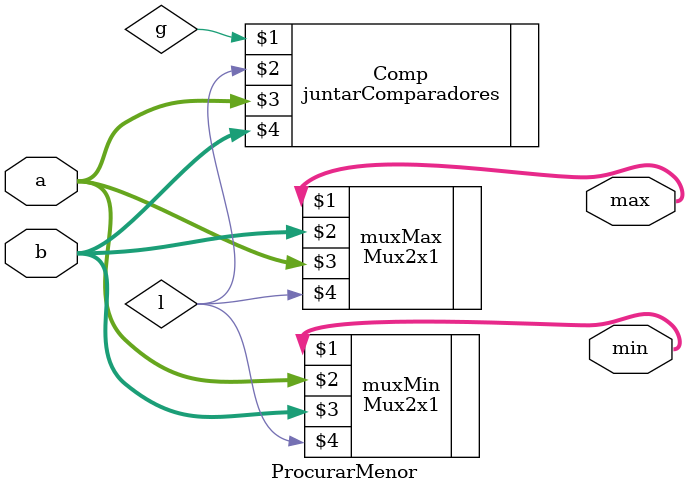
<source format=v>
`timescale 1 ns/100 ps

module ProcurarMenor #(parameter Size = 8) (output [Size-1:0] max, min, input [Size-1:0] a, b);
	wire g, l;
	juntarComparadores #(Size) Comp (g, l, a, b);
	Mux2x1 #(Size) muxMax (max, b, a, l);
	Mux2x1 #(Size) muxMin (min, a, b, l);
endmodule
</source>
